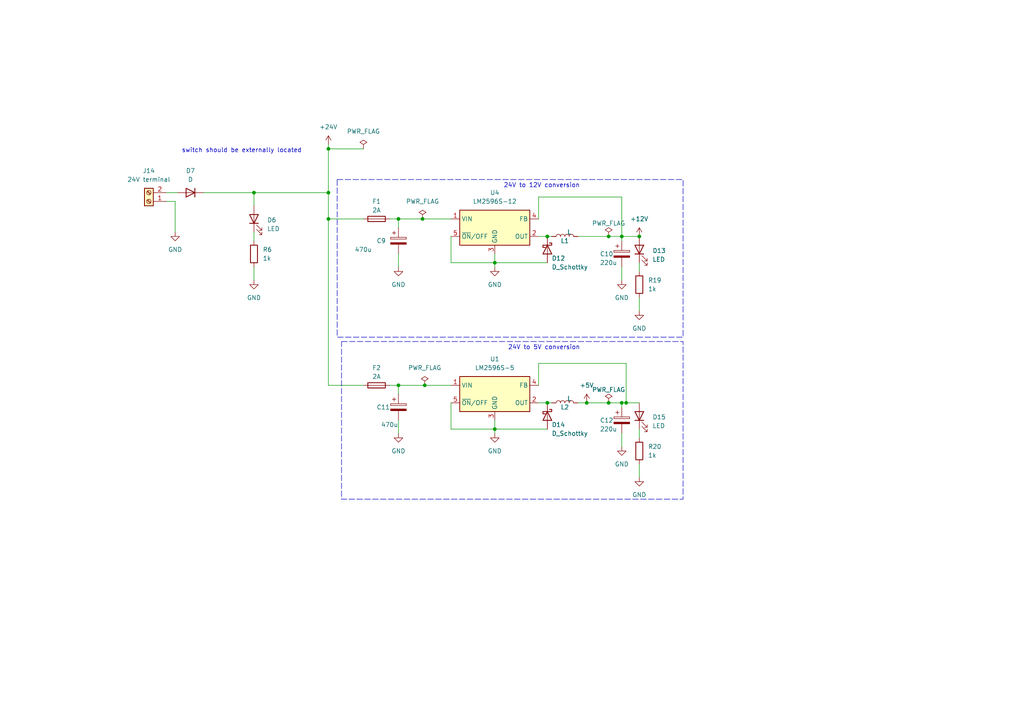
<source format=kicad_sch>
(kicad_sch (version 20230121) (generator eeschema)
  (paper "A4")
  (lib_symbols
    (symbol "Connector:Screw_Terminal_01x02" (pin_names (offset 1.016) hide)
      (property "Reference" "J" (at 0 2.54 0))
      (property "Value" "Screw_Terminal_01x02" (at 0 -5.08 0))
      (symbol "Screw_Terminal_01x02_1_1"
        (rectangle (start -1.27 1.27) (end 1.27 -3.81) (stroke (width 0.254)) (fill (type background)))
        (circle (center 0 -2.54) (radius 0.635) (stroke (width 0.1524)))
        (polyline (pts (xy -0.5334 -2.2098) (xy 0.3302 -3.048)) (stroke (width 0.1524)))
        (polyline (pts (xy -0.5334 0.3302) (xy 0.3302 -0.508)) (stroke (width 0.1524)))
        (polyline (pts (xy -0.3556 -2.032) (xy 0.508 -2.8702)) (stroke (width 0.1524)))
        (polyline (pts (xy -0.3556 0.508) (xy 0.508 -0.3302)) (stroke (width 0.1524)))
        (circle (center 0 0) (radius 0.635) (stroke (width 0.1524)))
        (pin passive line (at -5.08 0 0) (length 3.81) (name "Pin_1") (number "1"))
        (pin passive line (at -5.08 -2.54 0) (length 3.81) (name "Pin_2") (number "2"))
      )
    )
    (symbol "Device:C_Polarized" (pin_numbers hide) (pin_names (offset 0.254))
      (property "Reference" "C" (at 0.635 2.54 0))
      (property "Value" "C_Polarized" (at 0.635 -2.54 0))
      (symbol "C_Polarized_0_1"
        (rectangle (start -2.286 0.508) (end 2.286 1.016))
        (polyline (pts (xy -1.778 2.286) (xy -0.762 2.286)))
        (polyline (pts (xy -1.27 2.794) (xy -1.27 1.778)))
        (rectangle (start 2.286 -0.508) (end -2.286 -1.016) (fill (type outline)))
      )
      (symbol "C_Polarized_1_1"
        (pin passive line (at 0 3.81 270) (length 2.794) (name "~") (number "1"))
        (pin passive line (at 0 -3.81 90) (length 2.794) (name "~") (number "2"))
      )
    )
    (symbol "Device:D" (pin_numbers hide) (pin_names (offset 1.016) hide)
      (property "Reference" "D" (at 0 2.54 0))
      (property "Value" "D" (at 0 -2.54 0))
      (symbol "D_0_1"
        (polyline (pts (xy -1.27 1.27) (xy -1.27 -1.27)) (stroke (width 0.254)))
        (polyline (pts (xy 1.27 0) (xy -1.27 0)))
        (polyline (pts (xy 1.27 1.27) (xy 1.27 -1.27) (xy -1.27 0) (xy 1.27 1.27)) (stroke (width 0.254)))
      )
      (symbol "D_1_1"
        (pin passive line (at -3.81 0 0) (length 2.54) (name "K") (number "1"))
        (pin passive line (at 3.81 0 180) (length 2.54) (name "A") (number "2"))
      )
    )
    (symbol "Device:D_Schottky" (pin_numbers hide) (pin_names (offset 1.016) hide)
      (property "Reference" "D" (at 0 2.54 0))
      (property "Value" "D_Schottky" (at 0 -2.54 0))
      (symbol "D_Schottky_0_1"
        (polyline (pts (xy 1.27 0) (xy -1.27 0)))
        (polyline (pts (xy 1.27 1.27) (xy 1.27 -1.27) (xy -1.27 0) (xy 1.27 1.27)) (stroke (width 0.254)))
        (polyline (pts (xy -1.905 0.635) (xy -1.905 1.27) (xy -1.27 1.27) (xy -1.27 -1.27) (xy -0.635 -1.27) (xy -0.635 -0.635)) (stroke (width 0.254)))
      )
      (symbol "D_Schottky_1_1"
        (pin passive line (at -3.81 0 0) (length 2.54) (name "K") (number "1"))
        (pin passive line (at 3.81 0 180) (length 2.54) (name "A") (number "2"))
      )
    )
    (symbol "Device:Fuse" (pin_numbers hide) (pin_names (offset 0))
      (property "Reference" "F" (at 2.032 0 90))
      (property "Value" "Fuse" (at -1.905 0 90))
      (symbol "Fuse_0_1"
        (rectangle (start -0.762 -2.54) (end 0.762 2.54) (stroke (width 0.254)))
        (polyline (pts (xy 0 2.54) (xy 0 -2.54)))
      )
      (symbol "Fuse_1_1"
        (pin passive line (at 0 3.81 270) (length 1.27) (name "~") (number "1"))
        (pin passive line (at 0 -3.81 90) (length 1.27) (name "~") (number "2"))
      )
    )
    (symbol "Device:L" (pin_numbers hide) (pin_names (offset 1.016) hide)
      (property "Reference" "L" (at -1.27 0 90))
      (property "Value" "L" (at 1.905 0 90))
      (symbol "L_0_1"
        (arc (start 0 -2.54) (mid 0.6323 -1.905) (end 0 -1.27))
        (arc (start 0 -1.27) (mid 0.6323 -0.635) (end 0 0))
        (arc (start 0 0) (mid 0.6323 0.635) (end 0 1.27))
        (arc (start 0 1.27) (mid 0.6323 1.905) (end 0 2.54))
      )
      (symbol "L_1_1"
        (pin passive line (at 0 3.81 270) (length 1.27) (name "1") (number "1"))
        (pin passive line (at 0 -3.81 90) (length 1.27) (name "2") (number "2"))
      )
    )
    (symbol "Device:LED" (pin_numbers hide) (pin_names (offset 1.016) hide)
      (property "Reference" "D" (at 0 2.54 0))
      (property "Value" "LED" (at 0 -2.54 0))
      (symbol "LED_0_1"
        (polyline (pts (xy -1.27 -1.27) (xy -1.27 1.27)) (stroke (width 0.254)))
        (polyline (pts (xy -1.27 0) (xy 1.27 0)))
        (polyline (pts (xy 1.27 -1.27) (xy 1.27 1.27) (xy -1.27 0) (xy 1.27 -1.27)) (stroke (width 0.254)))
        (polyline (pts (xy -3.048 -0.762) (xy -4.572 -2.286) (xy -3.81 -2.286) (xy -4.572 -2.286) (xy -4.572 -1.524)))
        (polyline (pts (xy -1.778 -0.762) (xy -3.302 -2.286) (xy -2.54 -2.286) (xy -3.302 -2.286) (xy -3.302 -1.524)))
      )
      (symbol "LED_1_1"
        (pin passive line (at -3.81 0 0) (length 2.54) (name "K") (number "1"))
        (pin passive line (at 3.81 0 180) (length 2.54) (name "A") (number "2"))
      )
    )
    (symbol "Device:R" (pin_numbers hide) (pin_names (offset 0))
      (property "Reference" "R" (at 2.032 0 90))
      (property "Value" "R" (at 0 0 90))
      (symbol "R_0_1"
        (rectangle (start -1.016 -2.54) (end 1.016 2.54) (stroke (width 0.254)))
      )
      (symbol "R_1_1"
        (pin passive line (at 0 3.81 270) (length 1.27) (name "~") (number "1"))
        (pin passive line (at 0 -3.81 90) (length 1.27) (name "~") (number "2"))
      )
    )
    (symbol "Regulator_Switching:LM2596S-12"
      (property "Reference" "U" (at -10.16 6.35 0))
      (property "Value" "LM2596S-12" (at 0 6.35 0))
      (symbol "LM2596S-12_0_1"
        (rectangle (start -10.16 5.08) (end 10.16 -5.08) (stroke (width 0.254)) (fill (type background)))
      )
      (symbol "LM2596S-12_1_1"
        (pin power_in line (at -12.7 2.54 0) (length 2.54) (name "VIN") (number "1"))
        (pin output line (at 12.7 -2.54 180) (length 2.54) (name "OUT") (number "2"))
        (pin power_in line (at 0 -7.62 90) (length 2.54) (name "GND") (number "3"))
        (pin input line (at 12.7 2.54 180) (length 2.54) (name "FB") (number "4"))
        (pin input line (at -12.7 -2.54 0) (length 2.54) (name "~{ON}/OFF") (number "5"))
      )
    )
    (symbol "Regulator_Switching:LM2596S-5"
      (property "Reference" "U" (at -10.16 6.35 0))
      (property "Value" "LM2596S-5" (at 0 6.35 0))
      (symbol "LM2596S-5_0_1"
        (rectangle (start -10.16 5.08) (end 10.16 -5.08) (stroke (width 0.254)) (fill (type background)))
      )
      (symbol "LM2596S-5_1_1"
        (pin power_in line (at -12.7 2.54 0) (length 2.54) (name "VIN") (number "1"))
        (pin output line (at 12.7 -2.54 180) (length 2.54) (name "OUT") (number "2"))
        (pin power_in line (at 0 -7.62 90) (length 2.54) (name "GND") (number "3"))
        (pin input line (at 12.7 2.54 180) (length 2.54) (name "FB") (number "4"))
        (pin input line (at -12.7 -2.54 0) (length 2.54) (name "~{ON}/OFF") (number "5"))
      )
    )
    (symbol "power:+12V" (power) (pin_names (offset 0))
      (property "Value" "+12V" (at 0 3.556 0))
      (symbol "+12V_0_1"
        (polyline (pts (xy -0.762 1.27) (xy 0 2.54)))
        (polyline (pts (xy 0 0) (xy 0 2.54)))
        (polyline (pts (xy 0 2.54) (xy 0.762 1.27)))
      )
      (symbol "+12V_1_1"
        (pin power_in line (at 0 0 90) (length 0) hide (name "+12V") (number "1"))
      )
    )
    (symbol "power:+24V" (power) (pin_names (offset 0))
      (property "Value" "+24V" (at 0 3.556 0))
      (symbol "+24V_0_1"
        (polyline (pts (xy -0.762 1.27) (xy 0 2.54)))
        (polyline (pts (xy 0 0) (xy 0 2.54)))
        (polyline (pts (xy 0 2.54) (xy 0.762 1.27)))
      )
      (symbol "+24V_1_1"
        (pin power_in line (at 0 0 90) (length 0) hide (name "+24V") (number "1"))
      )
    )
    (symbol "power:+5V" (power) (pin_names (offset 0))
      (property "Value" "+5V" (at 0 3.556 0))
      (symbol "+5V_0_1"
        (polyline (pts (xy -0.762 1.27) (xy 0 2.54)))
        (polyline (pts (xy 0 0) (xy 0 2.54)))
        (polyline (pts (xy 0 2.54) (xy 0.762 1.27)))
      )
      (symbol "+5V_1_1"
        (pin power_in line (at 0 0 90) (length 0) hide (name "+5V") (number "1"))
      )
    )
    (symbol "power:GND" (power) (pin_names (offset 0))
      (property "Value" "GND" (at 0 -3.81 0))
      (symbol "GND_0_1"
        (polyline (pts (xy 0 0) (xy 0 -1.27) (xy 1.27 -1.27) (xy 0 -2.54) (xy -1.27 -1.27) (xy 0 -1.27)))
      )
      (symbol "GND_1_1"
        (pin power_in line (at 0 0 270) (length 0) hide (name "GND") (number "1"))
      )
    )
    (symbol "power:PWR_FLAG" (power) (pin_numbers hide) (pin_names (offset 0) hide)
      (property "Value" "PWR_FLAG" (at 0 3.81 0))
      (symbol "PWR_FLAG_0_0"
        (pin power_out line (at 0 0 90) (length 0) (name "pwr") (number "1"))
      )
      (symbol "PWR_FLAG_0_1"
        (polyline (pts (xy 0 0) (xy 0 1.27) (xy -1.016 1.905) (xy 0 2.54) (xy 1.016 1.905) (xy 0 1.27)))
      )
    )
  )
  (junction (at 170.18 116.84))
  (junction (at 95.25 63.5))
  (junction (at 73.66 55.88))
  (junction (at 158.75 116.84))
  (junction (at 123.19 111.76))
  (junction (at 176.53 116.84))
  (junction (at 180.34 116.84))
  (junction (at 95.25 43.18))
  (junction (at 95.25 55.88))
  (junction (at 181.61 116.84))
  (junction (at 185.42 68.58))
  (junction (at 115.57 111.76))
  (junction (at 180.34 68.58))
  (junction (at 143.51 76.2))
  (junction (at 122.555 63.5))
  (junction (at 115.57 63.5))
  (junction (at 176.53 68.58))
  (junction (at 143.51 124.46))
  (junction (at 158.75 68.58))
  (wire (pts (xy 185.42 124.46) (xy 185.42 127)))
  (wire (pts (xy 180.34 125.73) (xy 180.34 129.54)))
  (wire (pts (xy 115.57 73.66) (xy 115.57 77.47)))
  (wire (pts (xy 95.25 63.5) (xy 95.25 111.76)))
  (wire (pts (xy 143.51 124.46) (xy 143.51 125.73)))
  (wire (pts (xy 115.57 121.92) (xy 115.57 125.73)))
  (wire (pts (xy 95.25 43.18) (xy 105.41 43.18)))
  (wire (pts (xy 115.57 111.76) (xy 123.19 111.76)))
  (wire (pts (xy 156.21 57.15) (xy 156.21 63.5)))
  (wire (pts (xy 176.53 116.84) (xy 180.34 116.84)))
  (wire (pts (xy 143.51 124.46) (xy 158.75 124.46)))
  (wire (pts (xy 122.555 63.5) (xy 130.81 63.5)))
  (wire (pts (xy 143.51 73.66) (xy 143.51 76.2)))
  (wire (pts (xy 130.81 124.46) (xy 143.51 124.46)))
  (wire (pts (xy 95.25 111.76) (xy 105.41 111.76)))
  (wire (pts (xy 170.18 116.84) (xy 176.53 116.84)))
  (wire (pts (xy 113.03 111.76) (xy 115.57 111.76)))
  (wire (pts (xy 180.34 77.47) (xy 180.34 81.28)))
  (wire (pts (xy 95.25 41.91) (xy 95.25 43.18)))
  (wire (pts (xy 95.25 63.5) (xy 105.41 63.5)))
  (wire (pts (xy 59.055 55.88) (xy 73.66 55.88)))
  (wire (pts (xy 181.61 116.84) (xy 181.61 105.41)))
  (wire (pts (xy 181.61 116.84) (xy 185.42 116.84)))
  (wire (pts (xy 95.25 55.88) (xy 95.25 63.5)))
  (wire (pts (xy 115.57 111.76) (xy 115.57 114.3)))
  (wire (pts (xy 156.21 57.15) (xy 180.34 57.15)))
  (wire (pts (xy 180.34 116.84) (xy 181.61 116.84)))
  (wire (pts (xy 156.21 105.41) (xy 181.61 105.41)))
  (wire (pts (xy 185.42 86.36) (xy 185.42 90.17)))
  (wire (pts (xy 158.75 68.58) (xy 160.02 68.58)))
  (wire (pts (xy 156.21 68.58) (xy 158.75 68.58)))
  (wire (pts (xy 156.21 105.41) (xy 156.21 111.76)))
  (wire (pts (xy 143.51 76.2) (xy 143.51 77.47)))
  (wire (pts (xy 176.53 68.58) (xy 180.34 68.58)))
  (wire (pts (xy 156.21 116.84) (xy 158.75 116.84)))
  (wire (pts (xy 50.8 58.42) (xy 50.8 67.31)))
  (wire (pts (xy 95.25 43.18) (xy 95.25 55.88)))
  (wire (pts (xy 180.34 68.58) (xy 185.42 68.58)))
  (wire (pts (xy 167.64 68.58) (xy 176.53 68.58)))
  (wire (pts (xy 113.03 63.5) (xy 115.57 63.5)))
  (wire (pts (xy 73.66 77.47) (xy 73.66 81.28)))
  (wire (pts (xy 48.26 58.42) (xy 50.8 58.42)))
  (wire (pts (xy 185.42 76.2) (xy 185.42 78.74)))
  (wire (pts (xy 143.51 76.2) (xy 158.75 76.2)))
  (wire (pts (xy 158.75 116.84) (xy 160.02 116.84)))
  (wire (pts (xy 180.34 68.58) (xy 180.34 57.15)))
  (wire (pts (xy 180.34 68.58) (xy 180.34 69.85)))
  (wire (pts (xy 143.51 121.92) (xy 143.51 124.46)))
  (wire (pts (xy 130.81 116.84) (xy 130.81 124.46)))
  (wire (pts (xy 115.57 63.5) (xy 115.57 66.04)))
  (wire (pts (xy 180.34 116.84) (xy 180.34 118.11)))
  (wire (pts (xy 167.64 116.84) (xy 170.18 116.84)))
  (wire (pts (xy 48.26 55.88) (xy 51.435 55.88)))
  (wire (pts (xy 130.81 68.58) (xy 130.81 76.2)))
  (wire (pts (xy 73.66 67.31) (xy 73.66 69.85)))
  (wire (pts (xy 185.42 134.62) (xy 185.42 138.43)))
  (wire (pts (xy 73.66 55.88) (xy 73.66 59.69)))
  (wire (pts (xy 73.66 55.88) (xy 95.25 55.88)))
  (wire (pts (xy 115.57 63.5) (xy 122.555 63.5)))
  (wire (pts (xy 123.19 111.76) (xy 130.81 111.76)))
  (wire (pts (xy 130.81 76.2) (xy 143.51 76.2)))
  (rectangle (start 99.06 99.06) (end 198.12 144.78) (stroke (width 0) (type dash)))
  (rectangle (start 97.79 52.07) (end 198.12 97.79) (stroke (width 0) (type dash)))
  (text "24V to 5V conversion\n" (at 147.32 101.6 0) (effects (font (size 1.27 1.27)) (justify left bottom)))
  (text "24V to 12V conversion\n" (at 146.05 54.61 0) (effects (font (size 1.27 1.27)) (justify left bottom)))
  (text "switch should be externally located " (at 52.705 44.45 0) (effects (font (size 1.27 1.27)) (justify left bottom)))
  (symbol (lib_id "Device:R") (at 73.66 73.66 0) (unit 1)
    (property "Reference" "R6" (at 76.2 72.39 0) (effects (justify left)))
    (property "Value" "1k" (at 76.2 74.93 0) (effects (justify left)))
    (property "Footprint" "Resistor_SMD:R_1210_3225Metric" (effects hide))
  )
  (symbol (lib_id "power:+24V") (at 95.25 41.91 0) (unit 1)
    (property "Reference" "#PWR0103" (effects hide))
    (property "Value" "+24V" (at 95.25 36.83 0))
  )
  (symbol (lib_id "power:GND") (at 115.57 77.47 0) (unit 1)
    (property "Reference" "#PWR040" (effects hide))
    (property "Value" "GND" (at 115.57 82.55 0))
  )
  (symbol (lib_id "power:GND") (at 143.51 125.73 0) (unit 1)
    (property "Reference" "#PWR061" (effects hide))
    (property "Value" "GND" (at 143.51 130.81 0))
  )
  (symbol (lib_id "Device:L") (at 163.83 116.84 90) (unit 1)
    (property "Reference" "L2" (at 163.83 118.11 90))
    (property "Value" "L" (at 165.1 115.57 90))
    (property "Footprint" "Inductor_SMD:L_6.3x6.3_H3" (effects hide))
  )
  (symbol (lib_id "Device:D_Schottky") (at 158.75 120.65 270) (unit 1)
    (property "Reference" "D14" (at 160.02 123.19 90) (effects (justify left)))
    (property "Value" "D_Schottky" (at 160.02 125.73 90) (effects (justify left)))
    (property "Footprint" "Diode_THT:D_DO-27_P15.24mm_Horizontal" (effects hide))
  )
  (symbol (lib_id "Device:Fuse") (at 109.22 63.5 270) (unit 1)
    (property "Reference" "F1" (at 109.22 58.42 90))
    (property "Value" "2A" (at 109.22 60.96 90))
    (property "Footprint" "Fuse:Fuse_0603_1608Metric" (effects hide))
  )
  (symbol (lib_id "power:PWR_FLAG") (at 123.19 111.76 0) (unit 1)
    (property "Reference" "#FLG06" (effects hide))
    (property "Value" "PWR_FLAG" (at 123.19 106.68 0))
  )
  (symbol (lib_id "power:GND") (at 143.51 77.47 0) (unit 1)
    (property "Reference" "#PWR042" (effects hide))
    (property "Value" "GND" (at 143.51 82.55 0))
  )
  (symbol (lib_id "power:+5V") (at 170.18 116.84 0) (unit 1)
    (property "Reference" "#PWR062" (effects hide))
    (property "Value" "+5V" (at 170.18 111.76 0))
  )
  (symbol (lib_id "power:GND") (at 180.34 129.54 0) (unit 1)
    (property "Reference" "#PWR063" (effects hide))
    (property "Value" "GND" (at 180.34 134.62 0))
  )
  (symbol (lib_id "Device:LED") (at 185.42 72.39 90) (unit 1)
    (property "Reference" "D13" (at 189.23 72.7075 90) (effects (justify right)))
    (property "Value" "LED" (at 189.23 75.2475 90) (effects (justify right)))
    (property "Footprint" "LED_SMD:LED_1206_3216Metric" (effects hide))
  )
  (symbol (lib_id "power:PWR_FLAG") (at 176.53 116.84 0) (unit 1)
    (property "Reference" "#FLG04" (effects hide))
    (property "Value" "PWR_FLAG" (at 176.53 113.03 0))
  )
  (symbol (lib_id "power:GND") (at 115.57 125.73 0) (unit 1)
    (property "Reference" "#PWR047" (effects hide))
    (property "Value" "GND" (at 115.57 130.81 0))
  )
  (symbol (lib_id "Device:LED") (at 185.42 120.65 90) (unit 1)
    (property "Reference" "D15" (at 189.23 120.9675 90) (effects (justify right)))
    (property "Value" "LED" (at 189.23 123.5075 90) (effects (justify right)))
    (property "Footprint" "LED_SMD:LED_1206_3216Metric" (effects hide))
  )
  (symbol (lib_id "Device:D_Schottky") (at 158.75 72.39 270) (unit 1)
    (property "Reference" "D12" (at 160.02 74.93 90) (effects (justify left)))
    (property "Value" "D_Schottky" (at 160.02 77.47 90) (effects (justify left)))
    (property "Footprint" "Diode_THT:D_DO-27_P15.24mm_Horizontal" (effects hide))
  )
  (symbol (lib_id "power:GND") (at 185.42 90.17 0) (unit 1)
    (property "Reference" "#PWR060" (effects hide))
    (property "Value" "GND" (at 185.42 95.25 0))
  )
  (symbol (lib_id "power:GND") (at 185.42 138.43 0) (unit 1)
    (property "Reference" "#PWR064" (effects hide))
    (property "Value" "GND" (at 185.42 143.51 0))
  )
  (symbol (lib_id "Connector:Screw_Terminal_01x02") (at 43.18 58.42 180) (unit 1)
    (property "Reference" "J14" (at 43.18 49.53 0))
    (property "Value" "24V terminal" (at 43.18 52.07 0))
    (property "Footprint" "TerminalBlock_MetzConnect:TerminalBlock_MetzConnect_Type073_RT02602HBLU_1x02_P5.08mm_Horizontal" (effects hide))
  )
  (symbol (lib_id "Device:C_Polarized") (at 180.34 121.92 0) (unit 1)
    (property "Reference" "C12" (at 173.99 121.92 0) (effects (justify left)))
    (property "Value" "220u" (at 173.99 124.46 0) (effects (justify left)))
    (property "Footprint" "Capacitor_SMD:CP_Elec_6.3x7.7" (effects hide))
  )
  (symbol (lib_id "power:GND") (at 50.8 67.31 0) (unit 1)
    (property "Reference" "#PWR0104" (effects hide))
    (property "Value" "GND" (at 50.8 72.39 0))
  )
  (symbol (lib_id "Device:C_Polarized") (at 115.57 69.85 0) (unit 1)
    (property "Reference" "C9" (at 109.22 69.85 0) (effects (justify left)))
    (property "Value" "470u" (at 102.87 72.39 0) (effects (justify left)))
    (property "Footprint" "project_footprints:C_SMD_470uF_12.5Dx13.5L" (effects hide))
  )
  (symbol (lib_id "power:GND") (at 73.66 81.28 0) (unit 1)
    (property "Reference" "#PWR043" (effects hide))
    (property "Value" "GND" (at 73.66 86.36 0))
  )
  (symbol (lib_id "Device:Fuse") (at 109.22 111.76 270) (unit 1)
    (property "Reference" "F2" (at 109.22 106.68 90))
    (property "Value" "2A" (at 109.22 109.22 90))
    (property "Footprint" "Fuse:Fuse_0603_1608Metric" (effects hide))
  )
  (symbol (lib_id "power:GND") (at 180.34 81.28 0) (unit 1)
    (property "Reference" "#PWR058" (effects hide))
    (property "Value" "GND" (at 180.34 86.36 0))
  )
  (symbol (lib_id "Device:L") (at 163.83 68.58 90) (unit 1)
    (property "Reference" "L1" (at 163.83 69.85 90))
    (property "Value" "L" (at 165.1 67.31 90))
    (property "Footprint" "Inductor_SMD:L_6.3x6.3_H3" (effects hide))
  )
  (symbol (lib_id "power:PWR_FLAG") (at 122.555 63.5 0) (unit 1)
    (property "Reference" "#FLG05" (effects hide))
    (property "Value" "PWR_FLAG" (at 122.555 58.42 0))
  )
  (symbol (lib_id "Device:C_Polarized") (at 115.57 118.11 0) (unit 1)
    (property "Reference" "C11" (at 109.22 118.11 0) (effects (justify left)))
    (property "Value" "470u" (at 110.49 123.19 0) (effects (justify left)))
    (property "Footprint" "project_footprints:C_SMD_470uF_12.5Dx13.5L" (effects hide))
  )
  (symbol (lib_id "power:+12V") (at 185.42 68.58 0) (unit 1)
    (property "Reference" "#PWR053" (effects hide))
    (property "Value" "+12V" (at 185.42 63.5 0))
  )
  (symbol (lib_id "Device:LED") (at 73.66 63.5 90) (unit 1)
    (property "Reference" "D6" (at 77.47 63.8175 90) (effects (justify right)))
    (property "Value" "LED" (at 77.47 66.3575 90) (effects (justify right)))
    (property "Footprint" "LED_SMD:LED_1206_3216Metric" (effects hide))
  )
  (symbol (lib_id "power:PWR_FLAG") (at 176.53 68.58 0) (unit 1)
    (property "Reference" "#FLG02" (effects hide))
    (property "Value" "PWR_FLAG" (at 176.53 64.77 0))
  )
  (symbol (lib_id "Regulator_Switching:LM2596S-5") (at 143.51 114.3 0) (unit 1)
    (property "Reference" "U1" (at 143.51 104.14 0))
    (property "Value" "LM2596S-5" (at 143.51 106.68 0))
    (property "Footprint" "Package_TO_SOT_SMD:TO-263-5_TabPin3" (effects hide))
    (property "Datasheet" "http://www.ti.com/lit/ds/symlink/lm2596.pdf" (effects hide))
  )
  (symbol (lib_id "power:PWR_FLAG") (at 105.41 43.18 0) (unit 1)
    (property "Reference" "#FLG0102" (effects hide))
    (property "Value" "PWR_FLAG" (at 105.41 38.1 0))
  )
  (symbol (lib_id "Device:R") (at 185.42 130.81 0) (unit 1)
    (property "Reference" "R20" (at 187.96 129.54 0) (effects (justify left)))
    (property "Value" "1k" (at 187.96 132.08 0) (effects (justify left)))
    (property "Footprint" "Resistor_SMD:R_1210_3225Metric" (effects hide))
  )
  (symbol (lib_id "Device:C_Polarized") (at 180.34 73.66 0) (unit 1)
    (property "Reference" "C10" (at 173.99 73.66 0) (effects (justify left)))
    (property "Value" "220u" (at 173.99 76.2 0) (effects (justify left)))
    (property "Footprint" "Capacitor_SMD:CP_Elec_6.3x7.7" (effects hide))
  )
  (symbol (lib_id "Device:R") (at 185.42 82.55 0) (unit 1)
    (property "Reference" "R19" (at 187.96 81.28 0) (effects (justify left)))
    (property "Value" "1k" (at 187.96 83.82 0) (effects (justify left)))
    (property "Footprint" "Resistor_SMD:R_1210_3225Metric" (effects hide))
  )
  (symbol (lib_id "Device:D") (at 55.245 55.88 180) (unit 1)
    (property "Reference" "D7" (at 55.245 49.53 0))
    (property "Value" "D" (at 55.245 52.07 0))
    (property "Footprint" "Diode_SMD:D_3220_8050Metric" (effects hide))
    (property "Sim.Device" "D" (effects hide))
    (property "Sim.Pins" "1=K 2=A" (effects hide))
  )
  (symbol (lib_id "Regulator_Switching:LM2596S-12") (at 143.51 66.04 0) (unit 1)
    (property "Reference" "U4" (at 143.51 55.88 0))
    (property "Value" "LM2596S-12" (at 143.51 58.42 0))
    (property "Footprint" "Package_TO_SOT_SMD:TO-263-5_TabPin3" (effects hide))
    (property "Datasheet" "http://www.ti.com/lit/ds/symlink/lm2596.pdf" (effects hide))
  )
)
</source>
